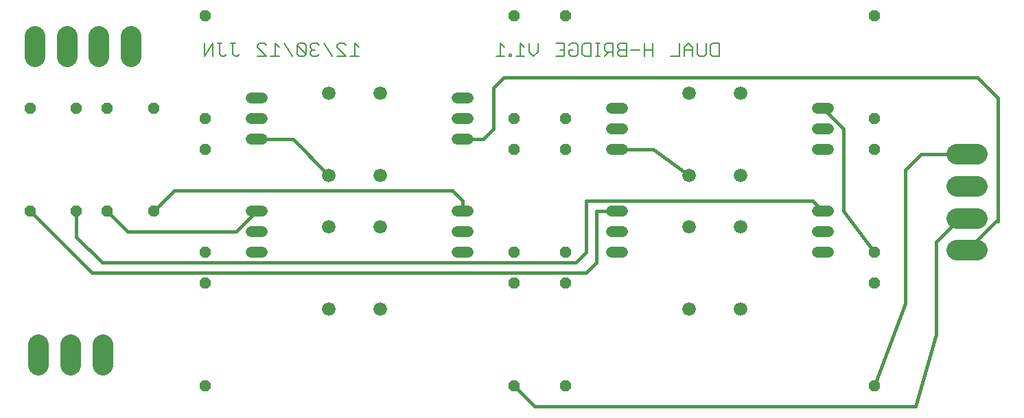
<source format=gbl>
G75*
G70*
%OFA0B0*%
%FSLAX24Y24*%
%IPPOS*%
%LPD*%
%AMOC8*
5,1,8,0,0,1.08239X$1,22.5*
%
%ADD10C,0.0060*%
%ADD11C,0.0546*%
%ADD12C,0.0660*%
%ADD13OC8,0.0520*%
%ADD14C,0.0990*%
%ADD15C,0.0160*%
D10*
X010054Y018655D02*
X010054Y019295D01*
X010481Y019295D02*
X010054Y018655D01*
X010481Y018655D02*
X010481Y019295D01*
X010699Y019295D02*
X010912Y019295D01*
X010805Y019295D02*
X010805Y018762D01*
X010912Y018655D01*
X011019Y018655D01*
X011126Y018762D01*
X011450Y018762D02*
X011450Y019295D01*
X011557Y019295D02*
X011343Y019295D01*
X011450Y018762D02*
X011557Y018655D01*
X011663Y018655D01*
X011770Y018762D01*
X012632Y018655D02*
X013059Y018655D01*
X012632Y019082D01*
X012632Y019189D01*
X012739Y019295D01*
X012952Y019295D01*
X013059Y019189D01*
X013490Y019295D02*
X013490Y018655D01*
X013277Y018655D02*
X013704Y018655D01*
X014348Y018655D02*
X013921Y019295D01*
X013704Y019082D02*
X013490Y019295D01*
X014566Y019189D02*
X014993Y018762D01*
X014886Y018655D01*
X014672Y018655D01*
X014566Y018762D01*
X014566Y019189D01*
X014672Y019295D01*
X014886Y019295D01*
X014993Y019189D01*
X014993Y018762D01*
X015210Y018762D02*
X015317Y018655D01*
X015530Y018655D01*
X015637Y018762D01*
X015424Y018975D02*
X015317Y018975D01*
X015210Y018868D01*
X015210Y018762D01*
X015317Y018975D02*
X015210Y019082D01*
X015210Y019189D01*
X015317Y019295D01*
X015530Y019295D01*
X015637Y019189D01*
X015855Y019295D02*
X016282Y018655D01*
X016499Y018655D02*
X016926Y018655D01*
X016499Y019082D01*
X016499Y019189D01*
X016606Y019295D01*
X016820Y019295D01*
X016926Y019189D01*
X017357Y019295D02*
X017357Y018655D01*
X017144Y018655D02*
X017571Y018655D01*
X017571Y019082D02*
X017357Y019295D01*
X024224Y018655D02*
X024651Y018655D01*
X024437Y018655D02*
X024437Y019295D01*
X024651Y019082D01*
X024866Y018762D02*
X024866Y018655D01*
X024973Y018655D01*
X024973Y018762D01*
X024866Y018762D01*
X025191Y018655D02*
X025618Y018655D01*
X025404Y018655D02*
X025404Y019295D01*
X025618Y019082D01*
X025835Y018868D02*
X025835Y019295D01*
X026262Y019295D02*
X026262Y018868D01*
X026049Y018655D01*
X025835Y018868D01*
X027124Y018655D02*
X027551Y018655D01*
X027551Y019295D01*
X027124Y019295D01*
X027769Y019189D02*
X027876Y019295D01*
X028089Y019295D01*
X028196Y019189D01*
X028196Y018762D01*
X028089Y018655D01*
X027876Y018655D01*
X027769Y018762D01*
X027769Y018975D01*
X027982Y018975D01*
X027551Y018975D02*
X027338Y018975D01*
X028413Y018762D02*
X028413Y019189D01*
X028520Y019295D01*
X028840Y019295D01*
X028840Y018655D01*
X028520Y018655D01*
X028413Y018762D01*
X029057Y018655D02*
X029270Y018655D01*
X029163Y018655D02*
X029163Y019295D01*
X029057Y019295D02*
X029270Y019295D01*
X029488Y019189D02*
X029488Y018975D01*
X029594Y018868D01*
X029915Y018868D01*
X029915Y018655D02*
X029915Y019295D01*
X029594Y019295D01*
X029488Y019189D01*
X029701Y018868D02*
X029488Y018655D01*
X030132Y018762D02*
X030132Y018868D01*
X030239Y018975D01*
X030559Y018975D01*
X030777Y018975D02*
X031204Y018975D01*
X031421Y018975D02*
X031848Y018975D01*
X031848Y018655D02*
X031848Y019295D01*
X031421Y019295D02*
X031421Y018655D01*
X030559Y018655D02*
X030239Y018655D01*
X030132Y018762D01*
X030239Y018975D02*
X030132Y019082D01*
X030132Y019189D01*
X030239Y019295D01*
X030559Y019295D01*
X030559Y018655D01*
X032710Y018655D02*
X033137Y018655D01*
X033137Y019295D01*
X033355Y019082D02*
X033355Y018655D01*
X033355Y018975D02*
X033782Y018975D01*
X033782Y019082D02*
X033782Y018655D01*
X033999Y018762D02*
X033999Y019295D01*
X033782Y019082D02*
X033568Y019295D01*
X033355Y019082D01*
X033999Y018762D02*
X034106Y018655D01*
X034320Y018655D01*
X034426Y018762D01*
X034426Y019295D01*
X034644Y019189D02*
X034751Y019295D01*
X035071Y019295D01*
X035071Y018655D01*
X034751Y018655D01*
X034644Y018762D01*
X034644Y019189D01*
D11*
X030374Y016129D02*
X029828Y016129D01*
X029828Y015125D02*
X030374Y015125D01*
X030374Y014121D02*
X029828Y014121D01*
X029828Y011129D02*
X030374Y011129D01*
X030374Y010125D02*
X029828Y010125D01*
X029828Y009121D02*
X030374Y009121D01*
X022874Y009121D02*
X022328Y009121D01*
X022328Y010125D02*
X022874Y010125D01*
X022874Y011129D02*
X022328Y011129D01*
X022328Y014621D02*
X022874Y014621D01*
X022874Y015625D02*
X022328Y015625D01*
X022328Y016629D02*
X022874Y016629D01*
X012874Y016629D02*
X012328Y016629D01*
X012328Y015625D02*
X012874Y015625D01*
X012874Y014621D02*
X012328Y014621D01*
X012328Y011129D02*
X012874Y011129D01*
X012874Y010125D02*
X012328Y010125D01*
X012328Y009121D02*
X012874Y009121D01*
X039828Y009121D02*
X040374Y009121D01*
X040374Y010125D02*
X039828Y010125D01*
X039828Y011129D02*
X040374Y011129D01*
X040374Y014121D02*
X039828Y014121D01*
X039828Y015125D02*
X040374Y015125D01*
X040374Y016129D02*
X039828Y016129D01*
D12*
X036101Y016875D03*
X033601Y016875D03*
X033601Y012875D03*
X036101Y012875D03*
X036101Y010375D03*
X033601Y010375D03*
X033601Y006375D03*
X036101Y006375D03*
X018601Y006375D03*
X016101Y006375D03*
X016101Y010375D03*
X018601Y010375D03*
X018601Y012875D03*
X016101Y012875D03*
X016101Y016875D03*
X018601Y016875D03*
D13*
X025101Y015625D03*
X027601Y015625D03*
X027601Y014125D03*
X025101Y014125D03*
X025101Y009125D03*
X027601Y009125D03*
X027601Y007625D03*
X025101Y007625D03*
X025101Y002625D03*
X027601Y002625D03*
X042601Y002625D03*
X042601Y007625D03*
X042601Y009125D03*
X042601Y014125D03*
X042601Y015625D03*
X042601Y020625D03*
X027601Y020625D03*
X025101Y020625D03*
X010101Y020625D03*
X007601Y016125D03*
X005351Y016125D03*
X003851Y016125D03*
X001601Y016125D03*
X010101Y015625D03*
X010101Y014125D03*
X007601Y011125D03*
X005351Y011125D03*
X003851Y011125D03*
X001601Y011125D03*
X010101Y009125D03*
X010101Y007625D03*
X010101Y002625D03*
D14*
X002001Y003630D02*
X002001Y004620D01*
X003561Y004620D02*
X003561Y003630D01*
X005121Y003630D02*
X005121Y004620D01*
X004951Y018630D02*
X004951Y019620D01*
X003391Y019620D02*
X003391Y018630D01*
X001831Y018630D02*
X001831Y019620D01*
X006511Y019620D02*
X006511Y018630D01*
X046606Y013895D02*
X047596Y013895D01*
X047596Y012335D02*
X046606Y012335D01*
X046606Y010775D02*
X047596Y010775D01*
X047596Y009215D02*
X046606Y009215D01*
D15*
X047101Y009215D02*
X048511Y010625D01*
X048601Y010625D01*
X048601Y016625D01*
X047601Y017625D01*
X024601Y017625D01*
X024101Y017125D01*
X024101Y015125D01*
X023597Y014621D01*
X022601Y014621D01*
X022101Y012125D02*
X022601Y011625D01*
X022601Y011129D01*
X022101Y012125D02*
X008601Y012125D01*
X007601Y011125D01*
X006351Y010125D02*
X011601Y010125D01*
X012601Y011125D01*
X012601Y011129D01*
X014355Y014621D02*
X016101Y012875D01*
X014355Y014621D02*
X012601Y014621D01*
X006351Y010125D02*
X005351Y011125D01*
X003851Y011125D02*
X003851Y009875D01*
X005101Y008625D01*
X028101Y008625D01*
X028601Y009125D01*
X028601Y011625D01*
X039605Y011625D01*
X040101Y011129D01*
X041101Y011125D02*
X042601Y009125D01*
X045601Y009625D02*
X045601Y005125D01*
X044601Y001625D01*
X026101Y001625D01*
X025101Y002625D01*
X028601Y008125D02*
X004601Y008125D01*
X001601Y011125D01*
X028601Y008125D02*
X029101Y008625D01*
X029101Y011125D01*
X030097Y011125D01*
X030101Y011129D01*
X031855Y014121D02*
X033601Y012875D01*
X031855Y014121D02*
X030101Y014121D01*
X040101Y016125D02*
X041101Y015125D01*
X041101Y011125D01*
X044101Y013125D02*
X044101Y006625D01*
X042601Y002625D01*
X045601Y009625D02*
X046751Y010775D01*
X047101Y010775D01*
X044101Y013125D02*
X044871Y013895D01*
X047101Y013895D01*
X040101Y016125D02*
X040101Y016129D01*
M02*

</source>
